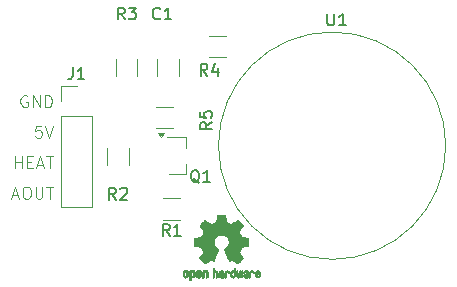
<source format=gbr>
%TF.GenerationSoftware,KiCad,Pcbnew,8.0.3*%
%TF.CreationDate,2025-01-02T17:18:04+01:00*%
%TF.ProjectId,mq7adapter,6d713761-6461-4707-9465-722e6b696361,rev?*%
%TF.SameCoordinates,Original*%
%TF.FileFunction,Legend,Top*%
%TF.FilePolarity,Positive*%
%FSLAX46Y46*%
G04 Gerber Fmt 4.6, Leading zero omitted, Abs format (unit mm)*
G04 Created by KiCad (PCBNEW 8.0.3) date 2025-01-02 17:18:04*
%MOMM*%
%LPD*%
G01*
G04 APERTURE LIST*
%ADD10C,0.100000*%
%ADD11C,0.150000*%
%ADD12C,0.120000*%
%ADD13C,0.010000*%
G04 APERTURE END LIST*
D10*
X96780074Y-69039085D02*
X96780074Y-68039085D01*
X96780074Y-68515275D02*
X97351502Y-68515275D01*
X97351502Y-69039085D02*
X97351502Y-68039085D01*
X97827693Y-68515275D02*
X98161026Y-68515275D01*
X98303883Y-69039085D02*
X97827693Y-69039085D01*
X97827693Y-69039085D02*
X97827693Y-68039085D01*
X97827693Y-68039085D02*
X98303883Y-68039085D01*
X98684836Y-68753370D02*
X99161026Y-68753370D01*
X98589598Y-69039085D02*
X98922931Y-68039085D01*
X98922931Y-68039085D02*
X99256264Y-69039085D01*
X99446741Y-68039085D02*
X100018169Y-68039085D01*
X99732455Y-69039085D02*
X99732455Y-68039085D01*
X96589598Y-71336704D02*
X97065788Y-71336704D01*
X96494360Y-71622419D02*
X96827693Y-70622419D01*
X96827693Y-70622419D02*
X97161026Y-71622419D01*
X97684836Y-70622419D02*
X97875312Y-70622419D01*
X97875312Y-70622419D02*
X97970550Y-70670038D01*
X97970550Y-70670038D02*
X98065788Y-70765276D01*
X98065788Y-70765276D02*
X98113407Y-70955752D01*
X98113407Y-70955752D02*
X98113407Y-71289085D01*
X98113407Y-71289085D02*
X98065788Y-71479561D01*
X98065788Y-71479561D02*
X97970550Y-71574800D01*
X97970550Y-71574800D02*
X97875312Y-71622419D01*
X97875312Y-71622419D02*
X97684836Y-71622419D01*
X97684836Y-71622419D02*
X97589598Y-71574800D01*
X97589598Y-71574800D02*
X97494360Y-71479561D01*
X97494360Y-71479561D02*
X97446741Y-71289085D01*
X97446741Y-71289085D02*
X97446741Y-70955752D01*
X97446741Y-70955752D02*
X97494360Y-70765276D01*
X97494360Y-70765276D02*
X97589598Y-70670038D01*
X97589598Y-70670038D02*
X97684836Y-70622419D01*
X98541979Y-70622419D02*
X98541979Y-71431942D01*
X98541979Y-71431942D02*
X98589598Y-71527180D01*
X98589598Y-71527180D02*
X98637217Y-71574800D01*
X98637217Y-71574800D02*
X98732455Y-71622419D01*
X98732455Y-71622419D02*
X98922931Y-71622419D01*
X98922931Y-71622419D02*
X99018169Y-71574800D01*
X99018169Y-71574800D02*
X99065788Y-71527180D01*
X99065788Y-71527180D02*
X99113407Y-71431942D01*
X99113407Y-71431942D02*
X99113407Y-70622419D01*
X99446741Y-70622419D02*
X100018169Y-70622419D01*
X99732455Y-71622419D02*
X99732455Y-70622419D01*
X99018169Y-65455752D02*
X98541979Y-65455752D01*
X98541979Y-65455752D02*
X98494360Y-65931942D01*
X98494360Y-65931942D02*
X98541979Y-65884323D01*
X98541979Y-65884323D02*
X98637217Y-65836704D01*
X98637217Y-65836704D02*
X98875312Y-65836704D01*
X98875312Y-65836704D02*
X98970550Y-65884323D01*
X98970550Y-65884323D02*
X99018169Y-65931942D01*
X99018169Y-65931942D02*
X99065788Y-66027180D01*
X99065788Y-66027180D02*
X99065788Y-66265275D01*
X99065788Y-66265275D02*
X99018169Y-66360513D01*
X99018169Y-66360513D02*
X98970550Y-66408133D01*
X98970550Y-66408133D02*
X98875312Y-66455752D01*
X98875312Y-66455752D02*
X98637217Y-66455752D01*
X98637217Y-66455752D02*
X98541979Y-66408133D01*
X98541979Y-66408133D02*
X98494360Y-66360513D01*
X99351503Y-65455752D02*
X99684836Y-66455752D01*
X99684836Y-66455752D02*
X100018169Y-65455752D01*
X97827693Y-62920038D02*
X97732455Y-62872419D01*
X97732455Y-62872419D02*
X97589598Y-62872419D01*
X97589598Y-62872419D02*
X97446741Y-62920038D01*
X97446741Y-62920038D02*
X97351503Y-63015276D01*
X97351503Y-63015276D02*
X97303884Y-63110514D01*
X97303884Y-63110514D02*
X97256265Y-63300990D01*
X97256265Y-63300990D02*
X97256265Y-63443847D01*
X97256265Y-63443847D02*
X97303884Y-63634323D01*
X97303884Y-63634323D02*
X97351503Y-63729561D01*
X97351503Y-63729561D02*
X97446741Y-63824800D01*
X97446741Y-63824800D02*
X97589598Y-63872419D01*
X97589598Y-63872419D02*
X97684836Y-63872419D01*
X97684836Y-63872419D02*
X97827693Y-63824800D01*
X97827693Y-63824800D02*
X97875312Y-63777180D01*
X97875312Y-63777180D02*
X97875312Y-63443847D01*
X97875312Y-63443847D02*
X97684836Y-63443847D01*
X98303884Y-63872419D02*
X98303884Y-62872419D01*
X98303884Y-62872419D02*
X98875312Y-63872419D01*
X98875312Y-63872419D02*
X98875312Y-62872419D01*
X99351503Y-63872419D02*
X99351503Y-62872419D01*
X99351503Y-62872419D02*
X99589598Y-62872419D01*
X99589598Y-62872419D02*
X99732455Y-62920038D01*
X99732455Y-62920038D02*
X99827693Y-63015276D01*
X99827693Y-63015276D02*
X99875312Y-63110514D01*
X99875312Y-63110514D02*
X99922931Y-63300990D01*
X99922931Y-63300990D02*
X99922931Y-63443847D01*
X99922931Y-63443847D02*
X99875312Y-63634323D01*
X99875312Y-63634323D02*
X99827693Y-63729561D01*
X99827693Y-63729561D02*
X99732455Y-63824800D01*
X99732455Y-63824800D02*
X99589598Y-63872419D01*
X99589598Y-63872419D02*
X99351503Y-63872419D01*
D11*
X101666666Y-60504819D02*
X101666666Y-61219104D01*
X101666666Y-61219104D02*
X101619047Y-61361961D01*
X101619047Y-61361961D02*
X101523809Y-61457200D01*
X101523809Y-61457200D02*
X101380952Y-61504819D01*
X101380952Y-61504819D02*
X101285714Y-61504819D01*
X102666666Y-61504819D02*
X102095238Y-61504819D01*
X102380952Y-61504819D02*
X102380952Y-60504819D01*
X102380952Y-60504819D02*
X102285714Y-60647676D01*
X102285714Y-60647676D02*
X102190476Y-60742914D01*
X102190476Y-60742914D02*
X102095238Y-60790533D01*
X112404761Y-70300057D02*
X112309523Y-70252438D01*
X112309523Y-70252438D02*
X112214285Y-70157200D01*
X112214285Y-70157200D02*
X112071428Y-70014342D01*
X112071428Y-70014342D02*
X111976190Y-69966723D01*
X111976190Y-69966723D02*
X111880952Y-69966723D01*
X111928571Y-70204819D02*
X111833333Y-70157200D01*
X111833333Y-70157200D02*
X111738095Y-70061961D01*
X111738095Y-70061961D02*
X111690476Y-69871485D01*
X111690476Y-69871485D02*
X111690476Y-69538152D01*
X111690476Y-69538152D02*
X111738095Y-69347676D01*
X111738095Y-69347676D02*
X111833333Y-69252438D01*
X111833333Y-69252438D02*
X111928571Y-69204819D01*
X111928571Y-69204819D02*
X112119047Y-69204819D01*
X112119047Y-69204819D02*
X112214285Y-69252438D01*
X112214285Y-69252438D02*
X112309523Y-69347676D01*
X112309523Y-69347676D02*
X112357142Y-69538152D01*
X112357142Y-69538152D02*
X112357142Y-69871485D01*
X112357142Y-69871485D02*
X112309523Y-70061961D01*
X112309523Y-70061961D02*
X112214285Y-70157200D01*
X112214285Y-70157200D02*
X112119047Y-70204819D01*
X112119047Y-70204819D02*
X111928571Y-70204819D01*
X113309523Y-70204819D02*
X112738095Y-70204819D01*
X113023809Y-70204819D02*
X113023809Y-69204819D01*
X113023809Y-69204819D02*
X112928571Y-69347676D01*
X112928571Y-69347676D02*
X112833333Y-69442914D01*
X112833333Y-69442914D02*
X112738095Y-69490533D01*
X113083333Y-61204819D02*
X112750000Y-60728628D01*
X112511905Y-61204819D02*
X112511905Y-60204819D01*
X112511905Y-60204819D02*
X112892857Y-60204819D01*
X112892857Y-60204819D02*
X112988095Y-60252438D01*
X112988095Y-60252438D02*
X113035714Y-60300057D01*
X113035714Y-60300057D02*
X113083333Y-60395295D01*
X113083333Y-60395295D02*
X113083333Y-60538152D01*
X113083333Y-60538152D02*
X113035714Y-60633390D01*
X113035714Y-60633390D02*
X112988095Y-60681009D01*
X112988095Y-60681009D02*
X112892857Y-60728628D01*
X112892857Y-60728628D02*
X112511905Y-60728628D01*
X113940476Y-60538152D02*
X113940476Y-61204819D01*
X113702381Y-60157200D02*
X113464286Y-60871485D01*
X113464286Y-60871485D02*
X114083333Y-60871485D01*
X109883333Y-74774819D02*
X109550000Y-74298628D01*
X109311905Y-74774819D02*
X109311905Y-73774819D01*
X109311905Y-73774819D02*
X109692857Y-73774819D01*
X109692857Y-73774819D02*
X109788095Y-73822438D01*
X109788095Y-73822438D02*
X109835714Y-73870057D01*
X109835714Y-73870057D02*
X109883333Y-73965295D01*
X109883333Y-73965295D02*
X109883333Y-74108152D01*
X109883333Y-74108152D02*
X109835714Y-74203390D01*
X109835714Y-74203390D02*
X109788095Y-74251009D01*
X109788095Y-74251009D02*
X109692857Y-74298628D01*
X109692857Y-74298628D02*
X109311905Y-74298628D01*
X110835714Y-74774819D02*
X110264286Y-74774819D01*
X110550000Y-74774819D02*
X110550000Y-73774819D01*
X110550000Y-73774819D02*
X110454762Y-73917676D01*
X110454762Y-73917676D02*
X110359524Y-74012914D01*
X110359524Y-74012914D02*
X110264286Y-74060533D01*
X105333333Y-71704819D02*
X105000000Y-71228628D01*
X104761905Y-71704819D02*
X104761905Y-70704819D01*
X104761905Y-70704819D02*
X105142857Y-70704819D01*
X105142857Y-70704819D02*
X105238095Y-70752438D01*
X105238095Y-70752438D02*
X105285714Y-70800057D01*
X105285714Y-70800057D02*
X105333333Y-70895295D01*
X105333333Y-70895295D02*
X105333333Y-71038152D01*
X105333333Y-71038152D02*
X105285714Y-71133390D01*
X105285714Y-71133390D02*
X105238095Y-71181009D01*
X105238095Y-71181009D02*
X105142857Y-71228628D01*
X105142857Y-71228628D02*
X104761905Y-71228628D01*
X105714286Y-70800057D02*
X105761905Y-70752438D01*
X105761905Y-70752438D02*
X105857143Y-70704819D01*
X105857143Y-70704819D02*
X106095238Y-70704819D01*
X106095238Y-70704819D02*
X106190476Y-70752438D01*
X106190476Y-70752438D02*
X106238095Y-70800057D01*
X106238095Y-70800057D02*
X106285714Y-70895295D01*
X106285714Y-70895295D02*
X106285714Y-70990533D01*
X106285714Y-70990533D02*
X106238095Y-71133390D01*
X106238095Y-71133390D02*
X105666667Y-71704819D01*
X105666667Y-71704819D02*
X106285714Y-71704819D01*
X109083333Y-56359580D02*
X109035714Y-56407200D01*
X109035714Y-56407200D02*
X108892857Y-56454819D01*
X108892857Y-56454819D02*
X108797619Y-56454819D01*
X108797619Y-56454819D02*
X108654762Y-56407200D01*
X108654762Y-56407200D02*
X108559524Y-56311961D01*
X108559524Y-56311961D02*
X108511905Y-56216723D01*
X108511905Y-56216723D02*
X108464286Y-56026247D01*
X108464286Y-56026247D02*
X108464286Y-55883390D01*
X108464286Y-55883390D02*
X108511905Y-55692914D01*
X108511905Y-55692914D02*
X108559524Y-55597676D01*
X108559524Y-55597676D02*
X108654762Y-55502438D01*
X108654762Y-55502438D02*
X108797619Y-55454819D01*
X108797619Y-55454819D02*
X108892857Y-55454819D01*
X108892857Y-55454819D02*
X109035714Y-55502438D01*
X109035714Y-55502438D02*
X109083333Y-55550057D01*
X110035714Y-56454819D02*
X109464286Y-56454819D01*
X109750000Y-56454819D02*
X109750000Y-55454819D01*
X109750000Y-55454819D02*
X109654762Y-55597676D01*
X109654762Y-55597676D02*
X109559524Y-55692914D01*
X109559524Y-55692914D02*
X109464286Y-55740533D01*
X106083333Y-56454819D02*
X105750000Y-55978628D01*
X105511905Y-56454819D02*
X105511905Y-55454819D01*
X105511905Y-55454819D02*
X105892857Y-55454819D01*
X105892857Y-55454819D02*
X105988095Y-55502438D01*
X105988095Y-55502438D02*
X106035714Y-55550057D01*
X106035714Y-55550057D02*
X106083333Y-55645295D01*
X106083333Y-55645295D02*
X106083333Y-55788152D01*
X106083333Y-55788152D02*
X106035714Y-55883390D01*
X106035714Y-55883390D02*
X105988095Y-55931009D01*
X105988095Y-55931009D02*
X105892857Y-55978628D01*
X105892857Y-55978628D02*
X105511905Y-55978628D01*
X106416667Y-55454819D02*
X107035714Y-55454819D01*
X107035714Y-55454819D02*
X106702381Y-55835771D01*
X106702381Y-55835771D02*
X106845238Y-55835771D01*
X106845238Y-55835771D02*
X106940476Y-55883390D01*
X106940476Y-55883390D02*
X106988095Y-55931009D01*
X106988095Y-55931009D02*
X107035714Y-56026247D01*
X107035714Y-56026247D02*
X107035714Y-56264342D01*
X107035714Y-56264342D02*
X106988095Y-56359580D01*
X106988095Y-56359580D02*
X106940476Y-56407200D01*
X106940476Y-56407200D02*
X106845238Y-56454819D01*
X106845238Y-56454819D02*
X106559524Y-56454819D01*
X106559524Y-56454819D02*
X106464286Y-56407200D01*
X106464286Y-56407200D02*
X106416667Y-56359580D01*
X113454819Y-65166666D02*
X112978628Y-65499999D01*
X113454819Y-65738094D02*
X112454819Y-65738094D01*
X112454819Y-65738094D02*
X112454819Y-65357142D01*
X112454819Y-65357142D02*
X112502438Y-65261904D01*
X112502438Y-65261904D02*
X112550057Y-65214285D01*
X112550057Y-65214285D02*
X112645295Y-65166666D01*
X112645295Y-65166666D02*
X112788152Y-65166666D01*
X112788152Y-65166666D02*
X112883390Y-65214285D01*
X112883390Y-65214285D02*
X112931009Y-65261904D01*
X112931009Y-65261904D02*
X112978628Y-65357142D01*
X112978628Y-65357142D02*
X112978628Y-65738094D01*
X112454819Y-64261904D02*
X112454819Y-64738094D01*
X112454819Y-64738094D02*
X112931009Y-64785713D01*
X112931009Y-64785713D02*
X112883390Y-64738094D01*
X112883390Y-64738094D02*
X112835771Y-64642856D01*
X112835771Y-64642856D02*
X112835771Y-64404761D01*
X112835771Y-64404761D02*
X112883390Y-64309523D01*
X112883390Y-64309523D02*
X112931009Y-64261904D01*
X112931009Y-64261904D02*
X113026247Y-64214285D01*
X113026247Y-64214285D02*
X113264342Y-64214285D01*
X113264342Y-64214285D02*
X113359580Y-64261904D01*
X113359580Y-64261904D02*
X113407200Y-64309523D01*
X113407200Y-64309523D02*
X113454819Y-64404761D01*
X113454819Y-64404761D02*
X113454819Y-64642856D01*
X113454819Y-64642856D02*
X113407200Y-64738094D01*
X113407200Y-64738094D02*
X113359580Y-64785713D01*
X123238095Y-55954819D02*
X123238095Y-56764342D01*
X123238095Y-56764342D02*
X123285714Y-56859580D01*
X123285714Y-56859580D02*
X123333333Y-56907200D01*
X123333333Y-56907200D02*
X123428571Y-56954819D01*
X123428571Y-56954819D02*
X123619047Y-56954819D01*
X123619047Y-56954819D02*
X123714285Y-56907200D01*
X123714285Y-56907200D02*
X123761904Y-56859580D01*
X123761904Y-56859580D02*
X123809523Y-56764342D01*
X123809523Y-56764342D02*
X123809523Y-55954819D01*
X124809523Y-56954819D02*
X124238095Y-56954819D01*
X124523809Y-56954819D02*
X124523809Y-55954819D01*
X124523809Y-55954819D02*
X124428571Y-56097676D01*
X124428571Y-56097676D02*
X124333333Y-56192914D01*
X124333333Y-56192914D02*
X124238095Y-56240533D01*
D12*
%TO.C,J1*%
X100670000Y-62050000D02*
X102000000Y-62050000D01*
X100670000Y-63380000D02*
X100670000Y-62050000D01*
X100670000Y-64650000D02*
X100670000Y-72330000D01*
X100670000Y-64650000D02*
X103330000Y-64650000D01*
X100670000Y-72330000D02*
X103330000Y-72330000D01*
X103330000Y-64650000D02*
X103330000Y-72330000D01*
%TO.C,Q1*%
X110460000Y-66420000D02*
X109660000Y-66420000D01*
X110460000Y-66420000D02*
X111260000Y-66420000D01*
X111260000Y-66420000D02*
X111260000Y-67350000D01*
X111260000Y-69580000D02*
X109800000Y-69580000D01*
X111260000Y-69580000D02*
X111260000Y-68650000D01*
X109160000Y-66390000D02*
X108920000Y-66060000D01*
X109400000Y-66060000D01*
X109160000Y-66390000D01*
G36*
X109160000Y-66390000D02*
G01*
X108920000Y-66060000D01*
X109400000Y-66060000D01*
X109160000Y-66390000D01*
G37*
%TO.C,R4*%
X114677064Y-57840000D02*
X113222936Y-57840000D01*
X114677064Y-59660000D02*
X113222936Y-59660000D01*
%TO.C,R1*%
X110777064Y-71590000D02*
X109322936Y-71590000D01*
X110777064Y-73410000D02*
X109322936Y-73410000D01*
%TO.C,R2*%
X104590000Y-67322936D02*
X104590000Y-68777064D01*
X106410000Y-67322936D02*
X106410000Y-68777064D01*
%TO.C,C1*%
X108840000Y-59788748D02*
X108840000Y-61211252D01*
X110660000Y-59788748D02*
X110660000Y-61211252D01*
D13*
%TO.C,REF\u002A\u002A*%
X116902600Y-77708752D02*
X116919948Y-77716334D01*
X116961356Y-77749128D01*
X116996765Y-77796547D01*
X117018664Y-77847151D01*
X117022229Y-77872098D01*
X117010279Y-77906927D01*
X116984067Y-77925357D01*
X116955964Y-77936516D01*
X116943095Y-77938572D01*
X116936829Y-77923649D01*
X116924456Y-77891175D01*
X116919028Y-77876502D01*
X116888590Y-77825744D01*
X116844520Y-77800427D01*
X116788010Y-77801206D01*
X116783825Y-77802203D01*
X116753655Y-77816507D01*
X116731476Y-77844393D01*
X116716327Y-77889287D01*
X116707250Y-77954615D01*
X116703286Y-78043804D01*
X116702914Y-78091261D01*
X116702730Y-78166071D01*
X116701522Y-78217069D01*
X116698309Y-78249471D01*
X116692109Y-78268495D01*
X116681940Y-78279356D01*
X116666819Y-78287272D01*
X116665946Y-78287670D01*
X116636828Y-78299981D01*
X116622403Y-78304514D01*
X116620186Y-78290809D01*
X116618289Y-78252925D01*
X116616847Y-78195715D01*
X116615998Y-78124027D01*
X116615829Y-78071565D01*
X116616692Y-77970047D01*
X116620070Y-77893032D01*
X116627142Y-77836023D01*
X116639088Y-77794526D01*
X116657090Y-77764043D01*
X116682327Y-77740080D01*
X116707247Y-77723355D01*
X116767171Y-77701097D01*
X116836911Y-77696076D01*
X116902600Y-77708752D01*
G36*
X116902600Y-77708752D02*
G01*
X116919948Y-77716334D01*
X116961356Y-77749128D01*
X116996765Y-77796547D01*
X117018664Y-77847151D01*
X117022229Y-77872098D01*
X117010279Y-77906927D01*
X116984067Y-77925357D01*
X116955964Y-77936516D01*
X116943095Y-77938572D01*
X116936829Y-77923649D01*
X116924456Y-77891175D01*
X116919028Y-77876502D01*
X116888590Y-77825744D01*
X116844520Y-77800427D01*
X116788010Y-77801206D01*
X116783825Y-77802203D01*
X116753655Y-77816507D01*
X116731476Y-77844393D01*
X116716327Y-77889287D01*
X116707250Y-77954615D01*
X116703286Y-78043804D01*
X116702914Y-78091261D01*
X116702730Y-78166071D01*
X116701522Y-78217069D01*
X116698309Y-78249471D01*
X116692109Y-78268495D01*
X116681940Y-78279356D01*
X116666819Y-78287272D01*
X116665946Y-78287670D01*
X116636828Y-78299981D01*
X116622403Y-78304514D01*
X116620186Y-78290809D01*
X116618289Y-78252925D01*
X116616847Y-78195715D01*
X116615998Y-78124027D01*
X116615829Y-78071565D01*
X116616692Y-77970047D01*
X116620070Y-77893032D01*
X116627142Y-77836023D01*
X116639088Y-77794526D01*
X116657090Y-77764043D01*
X116682327Y-77740080D01*
X116707247Y-77723355D01*
X116767171Y-77701097D01*
X116836911Y-77696076D01*
X116902600Y-77708752D01*
G37*
X112966093Y-77677780D02*
X113012672Y-77704723D01*
X113045057Y-77731466D01*
X113068742Y-77759484D01*
X113085059Y-77793748D01*
X113095339Y-77839227D01*
X113100914Y-77900892D01*
X113103116Y-77983711D01*
X113103371Y-78043246D01*
X113103371Y-78262391D01*
X113041686Y-78290044D01*
X112980000Y-78317697D01*
X112972743Y-78077670D01*
X112969744Y-77988028D01*
X112966598Y-77922962D01*
X112962701Y-77878026D01*
X112957447Y-77848770D01*
X112950231Y-77830748D01*
X112940450Y-77819511D01*
X112937312Y-77817079D01*
X112889761Y-77798083D01*
X112841697Y-77805600D01*
X112813086Y-77825543D01*
X112801447Y-77839675D01*
X112793391Y-77858220D01*
X112788271Y-77886334D01*
X112785441Y-77929173D01*
X112784256Y-77991895D01*
X112784057Y-78057261D01*
X112784018Y-78139268D01*
X112782614Y-78197316D01*
X112777914Y-78236465D01*
X112767987Y-78261780D01*
X112750903Y-78278323D01*
X112724732Y-78291156D01*
X112689775Y-78304491D01*
X112651596Y-78319007D01*
X112656141Y-78061389D01*
X112657971Y-77968519D01*
X112660112Y-77899889D01*
X112663181Y-77850711D01*
X112667794Y-77816198D01*
X112674568Y-77791562D01*
X112684119Y-77772016D01*
X112695634Y-77754770D01*
X112751190Y-77699680D01*
X112818980Y-77667822D01*
X112892713Y-77660191D01*
X112966093Y-77677780D01*
G36*
X112966093Y-77677780D02*
G01*
X113012672Y-77704723D01*
X113045057Y-77731466D01*
X113068742Y-77759484D01*
X113085059Y-77793748D01*
X113095339Y-77839227D01*
X113100914Y-77900892D01*
X113103116Y-77983711D01*
X113103371Y-78043246D01*
X113103371Y-78262391D01*
X113041686Y-78290044D01*
X112980000Y-78317697D01*
X112972743Y-78077670D01*
X112969744Y-77988028D01*
X112966598Y-77922962D01*
X112962701Y-77878026D01*
X112957447Y-77848770D01*
X112950231Y-77830748D01*
X112940450Y-77819511D01*
X112937312Y-77817079D01*
X112889761Y-77798083D01*
X112841697Y-77805600D01*
X112813086Y-77825543D01*
X112801447Y-77839675D01*
X112793391Y-77858220D01*
X112788271Y-77886334D01*
X112785441Y-77929173D01*
X112784256Y-77991895D01*
X112784057Y-78057261D01*
X112784018Y-78139268D01*
X112782614Y-78197316D01*
X112777914Y-78236465D01*
X112767987Y-78261780D01*
X112750903Y-78278323D01*
X112724732Y-78291156D01*
X112689775Y-78304491D01*
X112651596Y-78319007D01*
X112656141Y-78061389D01*
X112657971Y-77968519D01*
X112660112Y-77899889D01*
X112663181Y-77850711D01*
X112667794Y-77816198D01*
X112674568Y-77791562D01*
X112684119Y-77772016D01*
X112695634Y-77754770D01*
X112751190Y-77699680D01*
X112818980Y-77667822D01*
X112892713Y-77660191D01*
X112966093Y-77677780D01*
G37*
X114779926Y-77699755D02*
X114845858Y-77724084D01*
X114899273Y-77767117D01*
X114920164Y-77797409D01*
X114942939Y-77852994D01*
X114942466Y-77893186D01*
X114918562Y-77920217D01*
X114909717Y-77924813D01*
X114871530Y-77939144D01*
X114852028Y-77935472D01*
X114845422Y-77911407D01*
X114845086Y-77898114D01*
X114832992Y-77849210D01*
X114801471Y-77814999D01*
X114757659Y-77798476D01*
X114708695Y-77802634D01*
X114668894Y-77824227D01*
X114655450Y-77836544D01*
X114645921Y-77851487D01*
X114639485Y-77874075D01*
X114635317Y-77909328D01*
X114632597Y-77962266D01*
X114630502Y-78037907D01*
X114629960Y-78061857D01*
X114627981Y-78143790D01*
X114625731Y-78201455D01*
X114622357Y-78239608D01*
X114617006Y-78263004D01*
X114608824Y-78276398D01*
X114596959Y-78284545D01*
X114589362Y-78288144D01*
X114557102Y-78300452D01*
X114538111Y-78304514D01*
X114531836Y-78290948D01*
X114528006Y-78249934D01*
X114526600Y-78180999D01*
X114527598Y-78083669D01*
X114527908Y-78068657D01*
X114530101Y-77979859D01*
X114532693Y-77915019D01*
X114536382Y-77869067D01*
X114541864Y-77836935D01*
X114549835Y-77813553D01*
X114560993Y-77793852D01*
X114566830Y-77785410D01*
X114600296Y-77748057D01*
X114637727Y-77719003D01*
X114642309Y-77716467D01*
X114709426Y-77696443D01*
X114779926Y-77699755D01*
G36*
X114779926Y-77699755D02*
G01*
X114845858Y-77724084D01*
X114899273Y-77767117D01*
X114920164Y-77797409D01*
X114942939Y-77852994D01*
X114942466Y-77893186D01*
X114918562Y-77920217D01*
X114909717Y-77924813D01*
X114871530Y-77939144D01*
X114852028Y-77935472D01*
X114845422Y-77911407D01*
X114845086Y-77898114D01*
X114832992Y-77849210D01*
X114801471Y-77814999D01*
X114757659Y-77798476D01*
X114708695Y-77802634D01*
X114668894Y-77824227D01*
X114655450Y-77836544D01*
X114645921Y-77851487D01*
X114639485Y-77874075D01*
X114635317Y-77909328D01*
X114632597Y-77962266D01*
X114630502Y-78037907D01*
X114629960Y-78061857D01*
X114627981Y-78143790D01*
X114625731Y-78201455D01*
X114622357Y-78239608D01*
X114617006Y-78263004D01*
X114608824Y-78276398D01*
X114596959Y-78284545D01*
X114589362Y-78288144D01*
X114557102Y-78300452D01*
X114538111Y-78304514D01*
X114531836Y-78290948D01*
X114528006Y-78249934D01*
X114526600Y-78180999D01*
X114527598Y-78083669D01*
X114527908Y-78068657D01*
X114530101Y-77979859D01*
X114532693Y-77915019D01*
X114536382Y-77869067D01*
X114541864Y-77836935D01*
X114549835Y-77813553D01*
X114560993Y-77793852D01*
X114566830Y-77785410D01*
X114600296Y-77748057D01*
X114637727Y-77719003D01*
X114642309Y-77716467D01*
X114709426Y-77696443D01*
X114779926Y-77699755D01*
G37*
X113625886Y-77601289D02*
X113630139Y-77660613D01*
X113635025Y-77695572D01*
X113641795Y-77710820D01*
X113651702Y-77711015D01*
X113654914Y-77709195D01*
X113697644Y-77696015D01*
X113753227Y-77696785D01*
X113809737Y-77710333D01*
X113845082Y-77727861D01*
X113881321Y-77755861D01*
X113907813Y-77787549D01*
X113925999Y-77827813D01*
X113937322Y-77881543D01*
X113943222Y-77953626D01*
X113945143Y-78048951D01*
X113945177Y-78067237D01*
X113945200Y-78272646D01*
X113899491Y-78288580D01*
X113867027Y-78299420D01*
X113849215Y-78304468D01*
X113848691Y-78304514D01*
X113846937Y-78290828D01*
X113845444Y-78253076D01*
X113844326Y-78196224D01*
X113843697Y-78125234D01*
X113843600Y-78082073D01*
X113843398Y-77996973D01*
X113842358Y-77935981D01*
X113839831Y-77894177D01*
X113835164Y-77866642D01*
X113827707Y-77848456D01*
X113816811Y-77834698D01*
X113810007Y-77828073D01*
X113763272Y-77801375D01*
X113712272Y-77799375D01*
X113666001Y-77821955D01*
X113657444Y-77830107D01*
X113644893Y-77845436D01*
X113636188Y-77863618D01*
X113630631Y-77889909D01*
X113627526Y-77929562D01*
X113626176Y-77987832D01*
X113625886Y-78068173D01*
X113625886Y-78272646D01*
X113580177Y-78288580D01*
X113547713Y-78299420D01*
X113529901Y-78304468D01*
X113529377Y-78304514D01*
X113528037Y-78290623D01*
X113526828Y-78251439D01*
X113525801Y-78190700D01*
X113525002Y-78112141D01*
X113524481Y-78019498D01*
X113524286Y-77916509D01*
X113524286Y-77519342D01*
X113571457Y-77499444D01*
X113618629Y-77479547D01*
X113625886Y-77601289D01*
G36*
X113625886Y-77601289D02*
G01*
X113630139Y-77660613D01*
X113635025Y-77695572D01*
X113641795Y-77710820D01*
X113651702Y-77711015D01*
X113654914Y-77709195D01*
X113697644Y-77696015D01*
X113753227Y-77696785D01*
X113809737Y-77710333D01*
X113845082Y-77727861D01*
X113881321Y-77755861D01*
X113907813Y-77787549D01*
X113925999Y-77827813D01*
X113937322Y-77881543D01*
X113943222Y-77953626D01*
X113945143Y-78048951D01*
X113945177Y-78067237D01*
X113945200Y-78272646D01*
X113899491Y-78288580D01*
X113867027Y-78299420D01*
X113849215Y-78304468D01*
X113848691Y-78304514D01*
X113846937Y-78290828D01*
X113845444Y-78253076D01*
X113844326Y-78196224D01*
X113843697Y-78125234D01*
X113843600Y-78082073D01*
X113843398Y-77996973D01*
X113842358Y-77935981D01*
X113839831Y-77894177D01*
X113835164Y-77866642D01*
X113827707Y-77848456D01*
X113816811Y-77834698D01*
X113810007Y-77828073D01*
X113763272Y-77801375D01*
X113712272Y-77799375D01*
X113666001Y-77821955D01*
X113657444Y-77830107D01*
X113644893Y-77845436D01*
X113636188Y-77863618D01*
X113630631Y-77889909D01*
X113627526Y-77929562D01*
X113626176Y-77987832D01*
X113625886Y-78068173D01*
X113625886Y-78272646D01*
X113580177Y-78288580D01*
X113547713Y-78299420D01*
X113529901Y-78304468D01*
X113529377Y-78304514D01*
X113528037Y-78290623D01*
X113526828Y-78251439D01*
X113525801Y-78190700D01*
X113525002Y-78112141D01*
X113524481Y-78019498D01*
X113524286Y-77916509D01*
X113524286Y-77519342D01*
X113571457Y-77499444D01*
X113618629Y-77479547D01*
X113625886Y-77601289D01*
G37*
X116029833Y-77708663D02*
X116032048Y-77746850D01*
X116033784Y-77804886D01*
X116034899Y-77878180D01*
X116035257Y-77955055D01*
X116035257Y-78215196D01*
X115989326Y-78261127D01*
X115957675Y-78289429D01*
X115929890Y-78300893D01*
X115891915Y-78300168D01*
X115876840Y-78298321D01*
X115829726Y-78292948D01*
X115790756Y-78289869D01*
X115781257Y-78289585D01*
X115749233Y-78291445D01*
X115703432Y-78296114D01*
X115685674Y-78298321D01*
X115642057Y-78301735D01*
X115612745Y-78294320D01*
X115583680Y-78271427D01*
X115573188Y-78261127D01*
X115527257Y-78215196D01*
X115527257Y-77728602D01*
X115564226Y-77711758D01*
X115596059Y-77699282D01*
X115614683Y-77694914D01*
X115619458Y-77708718D01*
X115623921Y-77747286D01*
X115627775Y-77806356D01*
X115630722Y-77881663D01*
X115632143Y-77945286D01*
X115636114Y-78195657D01*
X115670759Y-78200556D01*
X115702268Y-78197131D01*
X115717708Y-78186041D01*
X115722023Y-78165308D01*
X115725708Y-78121145D01*
X115728469Y-78059146D01*
X115730012Y-77984909D01*
X115730235Y-77946706D01*
X115730457Y-77726783D01*
X115776166Y-77710849D01*
X115808518Y-77700015D01*
X115826115Y-77694962D01*
X115826623Y-77694914D01*
X115828388Y-77708648D01*
X115830329Y-77746730D01*
X115832282Y-77804482D01*
X115834084Y-77877227D01*
X115835343Y-77945286D01*
X115839314Y-78195657D01*
X115926400Y-78195657D01*
X115930396Y-77967240D01*
X115934392Y-77738822D01*
X115976847Y-77716868D01*
X116008192Y-77701793D01*
X116026744Y-77694951D01*
X116027279Y-77694914D01*
X116029833Y-77708663D01*
G36*
X116029833Y-77708663D02*
G01*
X116032048Y-77746850D01*
X116033784Y-77804886D01*
X116034899Y-77878180D01*
X116035257Y-77955055D01*
X116035257Y-78215196D01*
X115989326Y-78261127D01*
X115957675Y-78289429D01*
X115929890Y-78300893D01*
X115891915Y-78300168D01*
X115876840Y-78298321D01*
X115829726Y-78292948D01*
X115790756Y-78289869D01*
X115781257Y-78289585D01*
X115749233Y-78291445D01*
X115703432Y-78296114D01*
X115685674Y-78298321D01*
X115642057Y-78301735D01*
X115612745Y-78294320D01*
X115583680Y-78271427D01*
X115573188Y-78261127D01*
X115527257Y-78215196D01*
X115527257Y-77728602D01*
X115564226Y-77711758D01*
X115596059Y-77699282D01*
X115614683Y-77694914D01*
X115619458Y-77708718D01*
X115623921Y-77747286D01*
X115627775Y-77806356D01*
X115630722Y-77881663D01*
X115632143Y-77945286D01*
X115636114Y-78195657D01*
X115670759Y-78200556D01*
X115702268Y-78197131D01*
X115717708Y-78186041D01*
X115722023Y-78165308D01*
X115725708Y-78121145D01*
X115728469Y-78059146D01*
X115730012Y-77984909D01*
X115730235Y-77946706D01*
X115730457Y-77726783D01*
X115776166Y-77710849D01*
X115808518Y-77700015D01*
X115826115Y-77694962D01*
X115826623Y-77694914D01*
X115828388Y-77708648D01*
X115830329Y-77746730D01*
X115832282Y-77804482D01*
X115834084Y-77877227D01*
X115835343Y-77945286D01*
X115839314Y-78195657D01*
X115926400Y-78195657D01*
X115930396Y-77967240D01*
X115934392Y-77738822D01*
X115976847Y-77716868D01*
X116008192Y-77701793D01*
X116026744Y-77694951D01*
X116027279Y-77694914D01*
X116029833Y-77708663D01*
G37*
X111291115Y-77671962D02*
X111359145Y-77707733D01*
X111409351Y-77765301D01*
X111427185Y-77802312D01*
X111441063Y-77857882D01*
X111448167Y-77928096D01*
X111448840Y-78004727D01*
X111443427Y-78079552D01*
X111432270Y-78144342D01*
X111415714Y-78190873D01*
X111410626Y-78198887D01*
X111350355Y-78258707D01*
X111278769Y-78294535D01*
X111201092Y-78305020D01*
X111122548Y-78288810D01*
X111100689Y-78279092D01*
X111058122Y-78249143D01*
X111020763Y-78209433D01*
X111017232Y-78204397D01*
X111002881Y-78180124D01*
X110993394Y-78154178D01*
X110987790Y-78120022D01*
X110985086Y-78071119D01*
X110984299Y-78000935D01*
X110984286Y-77985200D01*
X110984322Y-77980192D01*
X111129429Y-77980192D01*
X111130273Y-78046430D01*
X111133596Y-78090386D01*
X111140583Y-78118779D01*
X111152416Y-78138325D01*
X111158457Y-78144857D01*
X111193186Y-78169680D01*
X111226903Y-78168548D01*
X111260995Y-78147016D01*
X111281329Y-78124029D01*
X111293371Y-78090478D01*
X111300134Y-78037569D01*
X111300598Y-78031399D01*
X111301752Y-77935513D01*
X111289688Y-77864299D01*
X111264570Y-77818194D01*
X111226560Y-77797635D01*
X111212992Y-77796514D01*
X111177364Y-77802152D01*
X111152994Y-77821686D01*
X111138093Y-77859042D01*
X111130875Y-77918150D01*
X111129429Y-77980192D01*
X110984322Y-77980192D01*
X110984826Y-77910413D01*
X110987096Y-77858159D01*
X110992068Y-77821949D01*
X111000713Y-77795299D01*
X111014005Y-77771722D01*
X111016943Y-77767338D01*
X111066313Y-77708249D01*
X111120109Y-77673947D01*
X111185602Y-77660331D01*
X111207842Y-77659665D01*
X111291115Y-77671962D01*
G36*
X111291115Y-77671962D02*
G01*
X111359145Y-77707733D01*
X111409351Y-77765301D01*
X111427185Y-77802312D01*
X111441063Y-77857882D01*
X111448167Y-77928096D01*
X111448840Y-78004727D01*
X111443427Y-78079552D01*
X111432270Y-78144342D01*
X111415714Y-78190873D01*
X111410626Y-78198887D01*
X111350355Y-78258707D01*
X111278769Y-78294535D01*
X111201092Y-78305020D01*
X111122548Y-78288810D01*
X111100689Y-78279092D01*
X111058122Y-78249143D01*
X111020763Y-78209433D01*
X111017232Y-78204397D01*
X111002881Y-78180124D01*
X110993394Y-78154178D01*
X110987790Y-78120022D01*
X110985086Y-78071119D01*
X110984299Y-78000935D01*
X110984286Y-77985200D01*
X110984322Y-77980192D01*
X111129429Y-77980192D01*
X111130273Y-78046430D01*
X111133596Y-78090386D01*
X111140583Y-78118779D01*
X111152416Y-78138325D01*
X111158457Y-78144857D01*
X111193186Y-78169680D01*
X111226903Y-78168548D01*
X111260995Y-78147016D01*
X111281329Y-78124029D01*
X111293371Y-78090478D01*
X111300134Y-78037569D01*
X111300598Y-78031399D01*
X111301752Y-77935513D01*
X111289688Y-77864299D01*
X111264570Y-77818194D01*
X111226560Y-77797635D01*
X111212992Y-77796514D01*
X111177364Y-77802152D01*
X111152994Y-77821686D01*
X111138093Y-77859042D01*
X111130875Y-77918150D01*
X111129429Y-77980192D01*
X110984322Y-77980192D01*
X110984826Y-77910413D01*
X110987096Y-77858159D01*
X110992068Y-77821949D01*
X111000713Y-77795299D01*
X111014005Y-77771722D01*
X111016943Y-77767338D01*
X111066313Y-77708249D01*
X111120109Y-77673947D01*
X111185602Y-77660331D01*
X111207842Y-77659665D01*
X111291115Y-77671962D01*
G37*
X117403595Y-77716966D02*
X117461021Y-77754497D01*
X117488719Y-77788096D01*
X117510662Y-77849064D01*
X117512405Y-77897308D01*
X117508457Y-77961816D01*
X117359686Y-78026934D01*
X117287349Y-78060202D01*
X117240084Y-78086964D01*
X117215507Y-78110144D01*
X117211237Y-78132667D01*
X117224889Y-78157455D01*
X117239943Y-78173886D01*
X117283746Y-78200235D01*
X117331389Y-78202081D01*
X117375145Y-78181546D01*
X117407289Y-78140752D01*
X117413038Y-78126347D01*
X117440576Y-78081356D01*
X117472258Y-78062182D01*
X117515714Y-78045779D01*
X117515714Y-78107966D01*
X117511872Y-78150283D01*
X117496823Y-78185969D01*
X117465280Y-78226943D01*
X117460592Y-78232267D01*
X117425506Y-78268720D01*
X117395347Y-78288283D01*
X117357615Y-78297283D01*
X117326335Y-78300230D01*
X117270385Y-78300965D01*
X117230555Y-78291660D01*
X117205708Y-78277846D01*
X117166656Y-78247467D01*
X117139625Y-78214613D01*
X117122517Y-78173294D01*
X117113238Y-78117521D01*
X117109693Y-78041305D01*
X117109410Y-78002622D01*
X117110372Y-77956247D01*
X117198007Y-77956247D01*
X117199023Y-77981126D01*
X117201556Y-77985200D01*
X117218274Y-77979665D01*
X117254249Y-77965017D01*
X117302331Y-77944190D01*
X117312386Y-77939714D01*
X117373152Y-77908814D01*
X117406632Y-77881657D01*
X117413990Y-77856220D01*
X117396391Y-77830481D01*
X117381856Y-77819109D01*
X117329410Y-77796364D01*
X117280322Y-77800122D01*
X117239227Y-77827884D01*
X117210758Y-77877152D01*
X117201631Y-77916257D01*
X117198007Y-77956247D01*
X117110372Y-77956247D01*
X117111285Y-77912249D01*
X117118196Y-77845384D01*
X117131884Y-77796695D01*
X117154096Y-77760849D01*
X117186574Y-77732513D01*
X117200733Y-77723355D01*
X117265053Y-77699507D01*
X117335473Y-77698006D01*
X117403595Y-77716966D01*
G36*
X117403595Y-77716966D02*
G01*
X117461021Y-77754497D01*
X117488719Y-77788096D01*
X117510662Y-77849064D01*
X117512405Y-77897308D01*
X117508457Y-77961816D01*
X117359686Y-78026934D01*
X117287349Y-78060202D01*
X117240084Y-78086964D01*
X117215507Y-78110144D01*
X117211237Y-78132667D01*
X117224889Y-78157455D01*
X117239943Y-78173886D01*
X117283746Y-78200235D01*
X117331389Y-78202081D01*
X117375145Y-78181546D01*
X117407289Y-78140752D01*
X117413038Y-78126347D01*
X117440576Y-78081356D01*
X117472258Y-78062182D01*
X117515714Y-78045779D01*
X117515714Y-78107966D01*
X117511872Y-78150283D01*
X117496823Y-78185969D01*
X117465280Y-78226943D01*
X117460592Y-78232267D01*
X117425506Y-78268720D01*
X117395347Y-78288283D01*
X117357615Y-78297283D01*
X117326335Y-78300230D01*
X117270385Y-78300965D01*
X117230555Y-78291660D01*
X117205708Y-78277846D01*
X117166656Y-78247467D01*
X117139625Y-78214613D01*
X117122517Y-78173294D01*
X117113238Y-78117521D01*
X117109693Y-78041305D01*
X117109410Y-78002622D01*
X117110372Y-77956247D01*
X117198007Y-77956247D01*
X117199023Y-77981126D01*
X117201556Y-77985200D01*
X117218274Y-77979665D01*
X117254249Y-77965017D01*
X117302331Y-77944190D01*
X117312386Y-77939714D01*
X117373152Y-77908814D01*
X117406632Y-77881657D01*
X117413990Y-77856220D01*
X117396391Y-77830481D01*
X117381856Y-77819109D01*
X117329410Y-77796364D01*
X117280322Y-77800122D01*
X117239227Y-77827884D01*
X117210758Y-77877152D01*
X117201631Y-77916257D01*
X117198007Y-77956247D01*
X117110372Y-77956247D01*
X117111285Y-77912249D01*
X117118196Y-77845384D01*
X117131884Y-77796695D01*
X117154096Y-77760849D01*
X117186574Y-77732513D01*
X117200733Y-77723355D01*
X117265053Y-77699507D01*
X117335473Y-77698006D01*
X117403595Y-77716966D01*
G37*
X115440117Y-77815358D02*
X115439933Y-77923837D01*
X115439219Y-78007287D01*
X115437675Y-78069704D01*
X115435001Y-78115085D01*
X115430894Y-78147429D01*
X115425055Y-78170733D01*
X115417182Y-78188995D01*
X115411221Y-78199418D01*
X115361855Y-78255945D01*
X115299264Y-78291377D01*
X115230013Y-78304090D01*
X115160668Y-78292463D01*
X115119375Y-78271568D01*
X115076025Y-78235422D01*
X115046481Y-78191276D01*
X115028655Y-78133462D01*
X115020463Y-78056313D01*
X115019302Y-77999714D01*
X115019458Y-77995647D01*
X115120857Y-77995647D01*
X115121476Y-78060550D01*
X115124314Y-78103514D01*
X115130840Y-78131622D01*
X115142523Y-78151953D01*
X115156483Y-78167288D01*
X115203365Y-78196890D01*
X115253701Y-78199419D01*
X115301276Y-78174705D01*
X115304979Y-78171356D01*
X115320783Y-78153935D01*
X115330693Y-78133209D01*
X115336058Y-78102362D01*
X115338228Y-78054577D01*
X115338571Y-78001748D01*
X115337827Y-77935381D01*
X115334748Y-77891106D01*
X115328061Y-77862009D01*
X115316496Y-77841173D01*
X115307013Y-77830107D01*
X115262960Y-77802198D01*
X115212224Y-77798843D01*
X115163796Y-77820159D01*
X115154450Y-77828073D01*
X115138540Y-77845647D01*
X115128610Y-77866587D01*
X115123278Y-77897782D01*
X115121163Y-77946122D01*
X115120857Y-77995647D01*
X115019458Y-77995647D01*
X115022810Y-77908568D01*
X115034726Y-77840086D01*
X115057135Y-77788600D01*
X115092124Y-77748443D01*
X115119375Y-77727861D01*
X115168907Y-77705625D01*
X115226316Y-77695304D01*
X115279682Y-77698067D01*
X115309543Y-77709212D01*
X115321261Y-77712383D01*
X115329037Y-77700557D01*
X115334465Y-77668866D01*
X115338571Y-77620593D01*
X115343067Y-77566829D01*
X115349313Y-77534482D01*
X115360676Y-77515985D01*
X115380528Y-77503770D01*
X115393000Y-77498362D01*
X115440171Y-77478601D01*
X115440117Y-77815358D01*
G36*
X115440117Y-77815358D02*
G01*
X115439933Y-77923837D01*
X115439219Y-78007287D01*
X115437675Y-78069704D01*
X115435001Y-78115085D01*
X115430894Y-78147429D01*
X115425055Y-78170733D01*
X115417182Y-78188995D01*
X115411221Y-78199418D01*
X115361855Y-78255945D01*
X115299264Y-78291377D01*
X115230013Y-78304090D01*
X115160668Y-78292463D01*
X115119375Y-78271568D01*
X115076025Y-78235422D01*
X115046481Y-78191276D01*
X115028655Y-78133462D01*
X115020463Y-78056313D01*
X115019302Y-77999714D01*
X115019458Y-77995647D01*
X115120857Y-77995647D01*
X115121476Y-78060550D01*
X115124314Y-78103514D01*
X115130840Y-78131622D01*
X115142523Y-78151953D01*
X115156483Y-78167288D01*
X115203365Y-78196890D01*
X115253701Y-78199419D01*
X115301276Y-78174705D01*
X115304979Y-78171356D01*
X115320783Y-78153935D01*
X115330693Y-78133209D01*
X115336058Y-78102362D01*
X115338228Y-78054577D01*
X115338571Y-78001748D01*
X115337827Y-77935381D01*
X115334748Y-77891106D01*
X115328061Y-77862009D01*
X115316496Y-77841173D01*
X115307013Y-77830107D01*
X115262960Y-77802198D01*
X115212224Y-77798843D01*
X115163796Y-77820159D01*
X115154450Y-77828073D01*
X115138540Y-77845647D01*
X115128610Y-77866587D01*
X115123278Y-77897782D01*
X115121163Y-77946122D01*
X115120857Y-77995647D01*
X115019458Y-77995647D01*
X115022810Y-77908568D01*
X115034726Y-77840086D01*
X115057135Y-77788600D01*
X115092124Y-77748443D01*
X115119375Y-77727861D01*
X115168907Y-77705625D01*
X115226316Y-77695304D01*
X115279682Y-77698067D01*
X115309543Y-77709212D01*
X115321261Y-77712383D01*
X115329037Y-77700557D01*
X115334465Y-77668866D01*
X115338571Y-77620593D01*
X115343067Y-77566829D01*
X115349313Y-77534482D01*
X115360676Y-77515985D01*
X115380528Y-77503770D01*
X115393000Y-77498362D01*
X115440171Y-77478601D01*
X115440117Y-77815358D01*
G37*
X112418303Y-77681239D02*
X112475527Y-77719735D01*
X112519749Y-77775335D01*
X112546167Y-77846086D01*
X112551510Y-77898162D01*
X112550903Y-77919893D01*
X112545822Y-77936531D01*
X112531855Y-77951437D01*
X112504589Y-77967973D01*
X112459612Y-77989498D01*
X112392511Y-78019374D01*
X112392171Y-78019524D01*
X112330407Y-78047813D01*
X112279759Y-78072933D01*
X112245404Y-78092179D01*
X112232518Y-78102848D01*
X112232514Y-78102934D01*
X112243872Y-78126166D01*
X112270431Y-78151774D01*
X112300923Y-78170221D01*
X112316370Y-78173886D01*
X112358515Y-78161212D01*
X112394808Y-78129471D01*
X112412517Y-78094572D01*
X112429552Y-78068845D01*
X112462922Y-78039546D01*
X112502149Y-78014235D01*
X112536756Y-78000471D01*
X112543993Y-77999714D01*
X112552139Y-78012160D01*
X112552630Y-78043972D01*
X112546643Y-78086866D01*
X112535357Y-78132558D01*
X112519950Y-78172761D01*
X112519171Y-78174322D01*
X112472804Y-78239062D01*
X112412711Y-78283097D01*
X112344465Y-78304711D01*
X112273638Y-78302185D01*
X112205804Y-78273804D01*
X112202788Y-78271808D01*
X112149427Y-78223448D01*
X112114340Y-78160352D01*
X112094922Y-78077387D01*
X112092316Y-78054078D01*
X112087701Y-77944055D01*
X112093233Y-77892748D01*
X112232514Y-77892748D01*
X112234324Y-77924753D01*
X112244222Y-77934093D01*
X112268898Y-77927105D01*
X112307795Y-77910587D01*
X112351275Y-77889881D01*
X112352356Y-77889333D01*
X112389209Y-77869949D01*
X112404000Y-77857013D01*
X112400353Y-77843451D01*
X112384995Y-77825632D01*
X112345923Y-77799845D01*
X112303846Y-77797950D01*
X112266103Y-77816717D01*
X112240034Y-77852915D01*
X112232514Y-77892748D01*
X112093233Y-77892748D01*
X112097194Y-77856027D01*
X112121550Y-77786212D01*
X112155456Y-77737302D01*
X112216653Y-77687878D01*
X112284063Y-77663359D01*
X112352880Y-77661797D01*
X112418303Y-77681239D01*
G36*
X112418303Y-77681239D02*
G01*
X112475527Y-77719735D01*
X112519749Y-77775335D01*
X112546167Y-77846086D01*
X112551510Y-77898162D01*
X112550903Y-77919893D01*
X112545822Y-77936531D01*
X112531855Y-77951437D01*
X112504589Y-77967973D01*
X112459612Y-77989498D01*
X112392511Y-78019374D01*
X112392171Y-78019524D01*
X112330407Y-78047813D01*
X112279759Y-78072933D01*
X112245404Y-78092179D01*
X112232518Y-78102848D01*
X112232514Y-78102934D01*
X112243872Y-78126166D01*
X112270431Y-78151774D01*
X112300923Y-78170221D01*
X112316370Y-78173886D01*
X112358515Y-78161212D01*
X112394808Y-78129471D01*
X112412517Y-78094572D01*
X112429552Y-78068845D01*
X112462922Y-78039546D01*
X112502149Y-78014235D01*
X112536756Y-78000471D01*
X112543993Y-77999714D01*
X112552139Y-78012160D01*
X112552630Y-78043972D01*
X112546643Y-78086866D01*
X112535357Y-78132558D01*
X112519950Y-78172761D01*
X112519171Y-78174322D01*
X112472804Y-78239062D01*
X112412711Y-78283097D01*
X112344465Y-78304711D01*
X112273638Y-78302185D01*
X112205804Y-78273804D01*
X112202788Y-78271808D01*
X112149427Y-78223448D01*
X112114340Y-78160352D01*
X112094922Y-78077387D01*
X112092316Y-78054078D01*
X112087701Y-77944055D01*
X112093233Y-77892748D01*
X112232514Y-77892748D01*
X112234324Y-77924753D01*
X112244222Y-77934093D01*
X112268898Y-77927105D01*
X112307795Y-77910587D01*
X112351275Y-77889881D01*
X112352356Y-77889333D01*
X112389209Y-77869949D01*
X112404000Y-77857013D01*
X112400353Y-77843451D01*
X112384995Y-77825632D01*
X112345923Y-77799845D01*
X112303846Y-77797950D01*
X112266103Y-77816717D01*
X112240034Y-77852915D01*
X112232514Y-77892748D01*
X112093233Y-77892748D01*
X112097194Y-77856027D01*
X112121550Y-77786212D01*
X112155456Y-77737302D01*
X112216653Y-77687878D01*
X112284063Y-77663359D01*
X112352880Y-77661797D01*
X112418303Y-77681239D01*
G37*
X114289744Y-77700968D02*
X114346616Y-77722087D01*
X114347267Y-77722493D01*
X114382440Y-77748380D01*
X114408407Y-77778633D01*
X114426670Y-77818058D01*
X114438732Y-77871462D01*
X114446096Y-77943651D01*
X114450264Y-78039432D01*
X114450629Y-78053078D01*
X114455876Y-78258842D01*
X114411716Y-78281678D01*
X114379763Y-78297110D01*
X114360470Y-78304423D01*
X114359578Y-78304514D01*
X114356239Y-78291022D01*
X114353587Y-78254626D01*
X114351956Y-78201452D01*
X114351600Y-78158393D01*
X114351592Y-78088641D01*
X114348403Y-78044837D01*
X114337288Y-78023944D01*
X114313501Y-78022925D01*
X114272296Y-78038741D01*
X114210086Y-78067815D01*
X114164341Y-78091963D01*
X114140813Y-78112913D01*
X114133896Y-78135747D01*
X114133886Y-78136877D01*
X114145299Y-78176212D01*
X114179092Y-78197462D01*
X114230809Y-78200539D01*
X114268061Y-78200006D01*
X114287703Y-78210735D01*
X114299952Y-78236505D01*
X114307002Y-78269337D01*
X114296842Y-78287966D01*
X114293017Y-78290632D01*
X114257001Y-78301340D01*
X114206566Y-78302856D01*
X114154626Y-78295759D01*
X114117822Y-78282788D01*
X114066938Y-78239585D01*
X114038014Y-78179446D01*
X114032286Y-78132462D01*
X114036657Y-78090082D01*
X114052475Y-78055488D01*
X114083797Y-78024763D01*
X114134678Y-77993990D01*
X114209176Y-77959252D01*
X114213714Y-77957288D01*
X114280821Y-77926287D01*
X114322232Y-77900862D01*
X114339981Y-77878014D01*
X114336107Y-77854745D01*
X114312643Y-77828056D01*
X114305627Y-77821914D01*
X114258630Y-77798100D01*
X114209933Y-77799103D01*
X114167522Y-77822451D01*
X114139384Y-77865675D01*
X114136769Y-77874160D01*
X114111308Y-77915308D01*
X114079001Y-77935128D01*
X114032286Y-77954770D01*
X114032286Y-77903950D01*
X114046496Y-77830082D01*
X114088675Y-77762327D01*
X114110624Y-77739661D01*
X114160517Y-77710569D01*
X114223967Y-77697400D01*
X114289744Y-77700968D01*
G36*
X114289744Y-77700968D02*
G01*
X114346616Y-77722087D01*
X114347267Y-77722493D01*
X114382440Y-77748380D01*
X114408407Y-77778633D01*
X114426670Y-77818058D01*
X114438732Y-77871462D01*
X114446096Y-77943651D01*
X114450264Y-78039432D01*
X114450629Y-78053078D01*
X114455876Y-78258842D01*
X114411716Y-78281678D01*
X114379763Y-78297110D01*
X114360470Y-78304423D01*
X114359578Y-78304514D01*
X114356239Y-78291022D01*
X114353587Y-78254626D01*
X114351956Y-78201452D01*
X114351600Y-78158393D01*
X114351592Y-78088641D01*
X114348403Y-78044837D01*
X114337288Y-78023944D01*
X114313501Y-78022925D01*
X114272296Y-78038741D01*
X114210086Y-78067815D01*
X114164341Y-78091963D01*
X114140813Y-78112913D01*
X114133896Y-78135747D01*
X114133886Y-78136877D01*
X114145299Y-78176212D01*
X114179092Y-78197462D01*
X114230809Y-78200539D01*
X114268061Y-78200006D01*
X114287703Y-78210735D01*
X114299952Y-78236505D01*
X114307002Y-78269337D01*
X114296842Y-78287966D01*
X114293017Y-78290632D01*
X114257001Y-78301340D01*
X114206566Y-78302856D01*
X114154626Y-78295759D01*
X114117822Y-78282788D01*
X114066938Y-78239585D01*
X114038014Y-78179446D01*
X114032286Y-78132462D01*
X114036657Y-78090082D01*
X114052475Y-78055488D01*
X114083797Y-78024763D01*
X114134678Y-77993990D01*
X114209176Y-77959252D01*
X114213714Y-77957288D01*
X114280821Y-77926287D01*
X114322232Y-77900862D01*
X114339981Y-77878014D01*
X114336107Y-77854745D01*
X114312643Y-77828056D01*
X114305627Y-77821914D01*
X114258630Y-77798100D01*
X114209933Y-77799103D01*
X114167522Y-77822451D01*
X114139384Y-77865675D01*
X114136769Y-77874160D01*
X114111308Y-77915308D01*
X114079001Y-77935128D01*
X114032286Y-77954770D01*
X114032286Y-77903950D01*
X114046496Y-77830082D01*
X114088675Y-77762327D01*
X114110624Y-77739661D01*
X114160517Y-77710569D01*
X114223967Y-77697400D01*
X114289744Y-77700968D01*
G37*
X111849744Y-77669918D02*
X111905201Y-77697568D01*
X111954148Y-77748480D01*
X111967629Y-77767338D01*
X111982314Y-77792015D01*
X111991842Y-77818816D01*
X111997293Y-77854587D01*
X111999747Y-77906169D01*
X112000286Y-77974267D01*
X111997852Y-78067588D01*
X111989394Y-78137657D01*
X111973174Y-78189931D01*
X111947454Y-78229869D01*
X111910497Y-78262929D01*
X111907782Y-78264886D01*
X111871360Y-78284908D01*
X111827502Y-78294815D01*
X111771724Y-78297257D01*
X111681048Y-78297257D01*
X111681010Y-78385283D01*
X111680166Y-78434308D01*
X111675024Y-78463065D01*
X111661587Y-78480311D01*
X111635858Y-78494808D01*
X111629679Y-78497769D01*
X111600764Y-78511648D01*
X111578376Y-78520414D01*
X111561729Y-78521171D01*
X111550036Y-78511023D01*
X111542510Y-78487073D01*
X111538366Y-78446426D01*
X111536815Y-78386186D01*
X111537071Y-78303455D01*
X111538349Y-78195339D01*
X111538748Y-78163000D01*
X111540185Y-78051524D01*
X111541472Y-77978603D01*
X111680971Y-77978603D01*
X111681755Y-78040499D01*
X111685240Y-78080997D01*
X111693124Y-78107708D01*
X111707105Y-78128244D01*
X111716597Y-78138260D01*
X111755404Y-78167567D01*
X111789763Y-78169952D01*
X111825216Y-78145750D01*
X111826114Y-78144857D01*
X111840539Y-78126153D01*
X111849313Y-78100732D01*
X111853739Y-78061584D01*
X111855118Y-78001697D01*
X111855143Y-77988430D01*
X111851812Y-77905901D01*
X111840969Y-77848691D01*
X111821340Y-77813766D01*
X111791650Y-77798094D01*
X111774491Y-77796514D01*
X111733766Y-77803926D01*
X111705832Y-77828330D01*
X111689017Y-77872980D01*
X111681650Y-77941130D01*
X111680971Y-77978603D01*
X111541472Y-77978603D01*
X111541708Y-77965245D01*
X111543677Y-77900333D01*
X111546450Y-77852958D01*
X111550388Y-77819290D01*
X111555849Y-77795498D01*
X111563192Y-77777753D01*
X111572777Y-77762224D01*
X111576887Y-77756381D01*
X111631405Y-77701185D01*
X111700336Y-77669890D01*
X111780072Y-77661165D01*
X111849744Y-77669918D01*
G36*
X111849744Y-77669918D02*
G01*
X111905201Y-77697568D01*
X111954148Y-77748480D01*
X111967629Y-77767338D01*
X111982314Y-77792015D01*
X111991842Y-77818816D01*
X111997293Y-77854587D01*
X111999747Y-77906169D01*
X112000286Y-77974267D01*
X111997852Y-78067588D01*
X111989394Y-78137657D01*
X111973174Y-78189931D01*
X111947454Y-78229869D01*
X111910497Y-78262929D01*
X111907782Y-78264886D01*
X111871360Y-78284908D01*
X111827502Y-78294815D01*
X111771724Y-78297257D01*
X111681048Y-78297257D01*
X111681010Y-78385283D01*
X111680166Y-78434308D01*
X111675024Y-78463065D01*
X111661587Y-78480311D01*
X111635858Y-78494808D01*
X111629679Y-78497769D01*
X111600764Y-78511648D01*
X111578376Y-78520414D01*
X111561729Y-78521171D01*
X111550036Y-78511023D01*
X111542510Y-78487073D01*
X111538366Y-78446426D01*
X111536815Y-78386186D01*
X111537071Y-78303455D01*
X111538349Y-78195339D01*
X111538748Y-78163000D01*
X111540185Y-78051524D01*
X111541472Y-77978603D01*
X111680971Y-77978603D01*
X111681755Y-78040499D01*
X111685240Y-78080997D01*
X111693124Y-78107708D01*
X111707105Y-78128244D01*
X111716597Y-78138260D01*
X111755404Y-78167567D01*
X111789763Y-78169952D01*
X111825216Y-78145750D01*
X111826114Y-78144857D01*
X111840539Y-78126153D01*
X111849313Y-78100732D01*
X111853739Y-78061584D01*
X111855118Y-78001697D01*
X111855143Y-77988430D01*
X111851812Y-77905901D01*
X111840969Y-77848691D01*
X111821340Y-77813766D01*
X111791650Y-77798094D01*
X111774491Y-77796514D01*
X111733766Y-77803926D01*
X111705832Y-77828330D01*
X111689017Y-77872980D01*
X111681650Y-77941130D01*
X111680971Y-77978603D01*
X111541472Y-77978603D01*
X111541708Y-77965245D01*
X111543677Y-77900333D01*
X111546450Y-77852958D01*
X111550388Y-77819290D01*
X111555849Y-77795498D01*
X111563192Y-77777753D01*
X111572777Y-77762224D01*
X111576887Y-77756381D01*
X111631405Y-77701185D01*
X111700336Y-77669890D01*
X111780072Y-77661165D01*
X111849744Y-77669918D01*
G37*
X116394876Y-77706335D02*
X116436667Y-77725344D01*
X116469469Y-77748378D01*
X116493503Y-77774133D01*
X116510097Y-77807358D01*
X116520577Y-77852800D01*
X116526271Y-77915207D01*
X116528507Y-77999327D01*
X116528743Y-78054721D01*
X116528743Y-78270826D01*
X116491774Y-78287670D01*
X116462656Y-78299981D01*
X116448231Y-78304514D01*
X116445472Y-78291025D01*
X116443282Y-78254653D01*
X116441942Y-78201542D01*
X116441657Y-78159372D01*
X116440434Y-78098447D01*
X116437136Y-78050115D01*
X116432321Y-78020518D01*
X116428496Y-78014229D01*
X116402783Y-78020652D01*
X116362418Y-78037125D01*
X116315679Y-78059458D01*
X116270845Y-78083457D01*
X116236193Y-78104930D01*
X116220002Y-78119685D01*
X116219938Y-78119845D01*
X116221330Y-78147152D01*
X116233818Y-78173219D01*
X116255743Y-78194392D01*
X116287743Y-78201474D01*
X116315092Y-78200649D01*
X116353826Y-78200042D01*
X116374158Y-78209116D01*
X116386369Y-78233092D01*
X116387909Y-78237613D01*
X116393203Y-78271806D01*
X116379047Y-78292568D01*
X116342148Y-78302462D01*
X116302289Y-78304292D01*
X116230562Y-78290727D01*
X116193432Y-78271355D01*
X116147576Y-78225845D01*
X116123256Y-78169983D01*
X116121073Y-78110957D01*
X116141629Y-78055953D01*
X116172549Y-78021486D01*
X116203420Y-78002189D01*
X116251942Y-77977759D01*
X116308485Y-77952985D01*
X116317910Y-77949199D01*
X116380019Y-77921791D01*
X116415822Y-77897634D01*
X116427337Y-77873619D01*
X116416580Y-77846635D01*
X116398114Y-77825543D01*
X116354469Y-77799572D01*
X116306446Y-77797624D01*
X116262406Y-77817637D01*
X116230709Y-77857551D01*
X116226549Y-77867848D01*
X116202327Y-77905724D01*
X116166965Y-77933842D01*
X116122343Y-77956917D01*
X116122343Y-77891485D01*
X116124969Y-77851506D01*
X116136230Y-77819997D01*
X116161199Y-77786378D01*
X116185169Y-77760484D01*
X116222441Y-77723817D01*
X116251401Y-77704121D01*
X116282505Y-77696220D01*
X116317713Y-77694914D01*
X116394876Y-77706335D01*
G36*
X116394876Y-77706335D02*
G01*
X116436667Y-77725344D01*
X116469469Y-77748378D01*
X116493503Y-77774133D01*
X116510097Y-77807358D01*
X116520577Y-77852800D01*
X116526271Y-77915207D01*
X116528507Y-77999327D01*
X116528743Y-78054721D01*
X116528743Y-78270826D01*
X116491774Y-78287670D01*
X116462656Y-78299981D01*
X116448231Y-78304514D01*
X116445472Y-78291025D01*
X116443282Y-78254653D01*
X116441942Y-78201542D01*
X116441657Y-78159372D01*
X116440434Y-78098447D01*
X116437136Y-78050115D01*
X116432321Y-78020518D01*
X116428496Y-78014229D01*
X116402783Y-78020652D01*
X116362418Y-78037125D01*
X116315679Y-78059458D01*
X116270845Y-78083457D01*
X116236193Y-78104930D01*
X116220002Y-78119685D01*
X116219938Y-78119845D01*
X116221330Y-78147152D01*
X116233818Y-78173219D01*
X116255743Y-78194392D01*
X116287743Y-78201474D01*
X116315092Y-78200649D01*
X116353826Y-78200042D01*
X116374158Y-78209116D01*
X116386369Y-78233092D01*
X116387909Y-78237613D01*
X116393203Y-78271806D01*
X116379047Y-78292568D01*
X116342148Y-78302462D01*
X116302289Y-78304292D01*
X116230562Y-78290727D01*
X116193432Y-78271355D01*
X116147576Y-78225845D01*
X116123256Y-78169983D01*
X116121073Y-78110957D01*
X116141629Y-78055953D01*
X116172549Y-78021486D01*
X116203420Y-78002189D01*
X116251942Y-77977759D01*
X116308485Y-77952985D01*
X116317910Y-77949199D01*
X116380019Y-77921791D01*
X116415822Y-77897634D01*
X116427337Y-77873619D01*
X116416580Y-77846635D01*
X116398114Y-77825543D01*
X116354469Y-77799572D01*
X116306446Y-77797624D01*
X116262406Y-77817637D01*
X116230709Y-77857551D01*
X116226549Y-77867848D01*
X116202327Y-77905724D01*
X116166965Y-77933842D01*
X116122343Y-77956917D01*
X116122343Y-77891485D01*
X116124969Y-77851506D01*
X116136230Y-77819997D01*
X116161199Y-77786378D01*
X116185169Y-77760484D01*
X116222441Y-77723817D01*
X116251401Y-77704121D01*
X116282505Y-77696220D01*
X116317713Y-77694914D01*
X116394876Y-77706335D01*
G37*
X114353910Y-72992348D02*
X114432454Y-72992778D01*
X114489298Y-72993942D01*
X114528105Y-72996207D01*
X114552538Y-72999940D01*
X114566262Y-73005506D01*
X114572940Y-73013273D01*
X114576236Y-73023605D01*
X114576556Y-73024943D01*
X114581562Y-73049079D01*
X114590829Y-73096701D01*
X114603392Y-73162741D01*
X114618287Y-73242128D01*
X114634551Y-73329796D01*
X114635119Y-73332875D01*
X114651410Y-73418789D01*
X114666652Y-73494696D01*
X114679861Y-73556045D01*
X114690054Y-73598282D01*
X114696248Y-73616855D01*
X114696543Y-73617184D01*
X114714788Y-73626253D01*
X114752405Y-73641367D01*
X114801271Y-73659262D01*
X114801543Y-73659358D01*
X114863093Y-73682493D01*
X114935657Y-73711965D01*
X115004057Y-73741597D01*
X115007294Y-73743062D01*
X115118702Y-73793626D01*
X115365399Y-73625160D01*
X115441077Y-73573803D01*
X115509631Y-73527889D01*
X115567088Y-73490030D01*
X115609476Y-73462837D01*
X115632825Y-73448921D01*
X115635042Y-73447889D01*
X115652010Y-73452484D01*
X115683701Y-73474655D01*
X115731352Y-73515447D01*
X115796198Y-73575905D01*
X115862397Y-73640227D01*
X115926214Y-73703612D01*
X115983329Y-73761451D01*
X116030305Y-73810175D01*
X116063703Y-73846210D01*
X116080085Y-73865984D01*
X116080694Y-73867002D01*
X116082505Y-73880572D01*
X116075683Y-73902733D01*
X116058540Y-73936478D01*
X116029393Y-73984800D01*
X115986555Y-74050692D01*
X115929448Y-74135517D01*
X115878766Y-74210177D01*
X115833461Y-74277140D01*
X115796150Y-74332516D01*
X115769452Y-74372420D01*
X115755985Y-74392962D01*
X115755137Y-74394356D01*
X115756781Y-74414038D01*
X115769245Y-74452293D01*
X115790048Y-74501889D01*
X115797462Y-74517728D01*
X115829814Y-74588290D01*
X115864328Y-74668353D01*
X115892365Y-74737629D01*
X115912568Y-74789045D01*
X115928615Y-74828119D01*
X115937888Y-74848541D01*
X115939041Y-74850114D01*
X115956096Y-74852721D01*
X115996298Y-74859863D01*
X116054302Y-74870523D01*
X116124763Y-74883685D01*
X116202335Y-74898333D01*
X116281672Y-74913449D01*
X116357431Y-74928018D01*
X116424264Y-74941022D01*
X116476828Y-74951445D01*
X116509776Y-74958270D01*
X116517857Y-74960199D01*
X116526205Y-74964962D01*
X116532506Y-74975718D01*
X116537045Y-74996098D01*
X116540104Y-75029734D01*
X116541967Y-75080255D01*
X116542918Y-75151292D01*
X116543240Y-75246476D01*
X116543257Y-75285492D01*
X116543257Y-75602799D01*
X116467057Y-75617839D01*
X116424663Y-75625995D01*
X116361400Y-75637899D01*
X116284962Y-75652116D01*
X116203043Y-75667210D01*
X116180400Y-75671355D01*
X116104806Y-75686053D01*
X116038953Y-75700505D01*
X115988366Y-75713375D01*
X115958574Y-75723322D01*
X115953612Y-75726287D01*
X115941426Y-75747283D01*
X115923953Y-75787967D01*
X115904577Y-75840322D01*
X115900734Y-75851600D01*
X115875339Y-75921523D01*
X115843817Y-76000418D01*
X115812969Y-76071266D01*
X115812817Y-76071595D01*
X115761447Y-76182733D01*
X115930399Y-76431253D01*
X116099352Y-76679772D01*
X115882429Y-76897058D01*
X115816819Y-76961726D01*
X115756979Y-77018733D01*
X115706267Y-77065033D01*
X115668046Y-77097584D01*
X115645675Y-77113343D01*
X115642466Y-77114343D01*
X115623626Y-77106469D01*
X115585180Y-77084578D01*
X115531330Y-77051267D01*
X115466276Y-77009131D01*
X115395940Y-76961943D01*
X115324555Y-76913810D01*
X115260908Y-76871928D01*
X115209041Y-76838871D01*
X115172995Y-76817218D01*
X115156867Y-76809543D01*
X115137189Y-76816037D01*
X115099875Y-76833150D01*
X115052621Y-76857326D01*
X115047612Y-76860013D01*
X114983977Y-76891927D01*
X114940341Y-76907579D01*
X114913202Y-76907745D01*
X114899057Y-76893204D01*
X114898975Y-76893000D01*
X114891905Y-76875779D01*
X114875042Y-76834899D01*
X114849695Y-76773525D01*
X114817171Y-76694819D01*
X114778778Y-76601947D01*
X114735822Y-76498072D01*
X114694222Y-76397502D01*
X114648504Y-76286516D01*
X114606526Y-76183703D01*
X114569548Y-76092215D01*
X114538827Y-76015201D01*
X114515622Y-75955815D01*
X114501190Y-75917209D01*
X114496743Y-75902800D01*
X114507896Y-75886272D01*
X114537069Y-75859930D01*
X114575971Y-75830887D01*
X114686757Y-75739039D01*
X114773351Y-75633759D01*
X114834716Y-75517266D01*
X114869815Y-75391776D01*
X114877608Y-75259507D01*
X114871943Y-75198457D01*
X114841078Y-75071795D01*
X114787920Y-74959941D01*
X114715767Y-74864001D01*
X114627917Y-74785076D01*
X114527665Y-74724270D01*
X114418310Y-74682687D01*
X114303147Y-74661428D01*
X114185475Y-74661599D01*
X114068590Y-74684301D01*
X113955789Y-74730638D01*
X113850369Y-74801713D01*
X113806368Y-74841911D01*
X113721979Y-74945129D01*
X113663222Y-75057925D01*
X113629704Y-75177010D01*
X113621035Y-75299095D01*
X113636823Y-75420893D01*
X113676678Y-75539116D01*
X113740207Y-75650475D01*
X113827021Y-75751684D01*
X113924029Y-75830887D01*
X113964437Y-75861162D01*
X113992982Y-75887219D01*
X114003257Y-75902825D01*
X113997877Y-75919843D01*
X113982575Y-75960500D01*
X113958612Y-76021642D01*
X113927244Y-76100119D01*
X113889732Y-76192780D01*
X113847333Y-76296472D01*
X113805663Y-76397526D01*
X113759690Y-76508607D01*
X113717107Y-76611541D01*
X113679221Y-76703165D01*
X113647340Y-76780316D01*
X113622771Y-76839831D01*
X113606820Y-76878544D01*
X113600910Y-76893000D01*
X113586948Y-76907685D01*
X113559940Y-76907642D01*
X113516413Y-76892099D01*
X113452890Y-76860284D01*
X113452388Y-76860013D01*
X113404560Y-76835323D01*
X113365897Y-76817338D01*
X113344095Y-76809614D01*
X113343133Y-76809543D01*
X113326721Y-76817378D01*
X113290487Y-76839165D01*
X113238474Y-76872328D01*
X113174725Y-76914291D01*
X113104060Y-76961943D01*
X113032116Y-77010191D01*
X112967274Y-77052151D01*
X112913735Y-77085227D01*
X112875697Y-77106821D01*
X112857533Y-77114343D01*
X112840808Y-77104457D01*
X112807180Y-77076826D01*
X112760010Y-77034495D01*
X112702658Y-76980505D01*
X112638484Y-76917899D01*
X112617497Y-76896983D01*
X112400499Y-76679623D01*
X112565668Y-76437220D01*
X112615864Y-76362781D01*
X112659919Y-76295972D01*
X112695362Y-76240665D01*
X112719719Y-76200729D01*
X112730522Y-76180036D01*
X112730838Y-76178563D01*
X112725143Y-76159058D01*
X112709826Y-76119822D01*
X112687537Y-76067430D01*
X112671893Y-76032355D01*
X112642641Y-75965201D01*
X112615094Y-75897358D01*
X112593737Y-75840034D01*
X112587935Y-75822572D01*
X112571452Y-75775938D01*
X112555340Y-75739905D01*
X112546490Y-75726287D01*
X112526960Y-75717952D01*
X112484334Y-75706137D01*
X112424145Y-75692181D01*
X112351922Y-75677422D01*
X112319600Y-75671355D01*
X112237522Y-75656273D01*
X112158795Y-75641669D01*
X112091109Y-75628980D01*
X112042160Y-75619642D01*
X112032943Y-75617839D01*
X111956743Y-75602799D01*
X111956743Y-75285492D01*
X111956914Y-75181154D01*
X111957616Y-75102213D01*
X111959134Y-75045038D01*
X111961749Y-75005999D01*
X111965746Y-74981465D01*
X111971409Y-74967805D01*
X111979020Y-74961389D01*
X111982143Y-74960199D01*
X112000978Y-74955980D01*
X112042588Y-74947562D01*
X112101630Y-74935961D01*
X112172757Y-74922195D01*
X112250625Y-74907280D01*
X112329887Y-74892232D01*
X112405198Y-74878069D01*
X112471213Y-74865806D01*
X112522587Y-74856461D01*
X112553975Y-74851050D01*
X112560959Y-74850114D01*
X112567285Y-74837596D01*
X112581290Y-74804246D01*
X112600355Y-74756377D01*
X112607634Y-74737629D01*
X112636996Y-74665195D01*
X112671571Y-74585170D01*
X112702537Y-74517728D01*
X112725323Y-74466159D01*
X112740482Y-74423785D01*
X112745542Y-74397834D01*
X112744736Y-74394356D01*
X112734041Y-74377936D01*
X112709620Y-74341417D01*
X112674095Y-74288687D01*
X112630087Y-74223635D01*
X112580217Y-74150151D01*
X112570356Y-74135645D01*
X112512492Y-74049704D01*
X112469956Y-73984261D01*
X112441054Y-73936304D01*
X112424090Y-73902820D01*
X112417367Y-73880795D01*
X112419190Y-73867217D01*
X112419236Y-73867131D01*
X112433586Y-73849297D01*
X112465323Y-73814817D01*
X112511010Y-73767268D01*
X112567204Y-73710222D01*
X112630468Y-73647255D01*
X112637602Y-73640227D01*
X112717330Y-73563020D01*
X112778857Y-73506330D01*
X112823421Y-73469110D01*
X112852257Y-73450315D01*
X112864958Y-73447889D01*
X112883494Y-73458471D01*
X112921961Y-73482916D01*
X112976386Y-73518612D01*
X113042798Y-73562947D01*
X113117225Y-73613311D01*
X113134601Y-73625160D01*
X113381297Y-73793626D01*
X113492706Y-73743062D01*
X113560457Y-73713595D01*
X113633183Y-73683959D01*
X113695703Y-73660330D01*
X113698457Y-73659358D01*
X113747360Y-73641457D01*
X113785057Y-73626320D01*
X113803425Y-73617210D01*
X113803456Y-73617184D01*
X113809285Y-73600717D01*
X113819192Y-73560219D01*
X113832195Y-73500242D01*
X113847309Y-73425340D01*
X113863552Y-73340064D01*
X113864881Y-73332875D01*
X113881175Y-73245014D01*
X113896133Y-73165260D01*
X113908791Y-73098681D01*
X113918186Y-73050347D01*
X113923354Y-73025325D01*
X113923444Y-73024943D01*
X113926589Y-73014299D01*
X113932704Y-73006262D01*
X113945453Y-73000467D01*
X113968500Y-72996547D01*
X114005509Y-72994135D01*
X114060144Y-72992865D01*
X114136067Y-72992371D01*
X114236944Y-72992286D01*
X114250000Y-72992286D01*
X114353910Y-72992348D01*
G36*
X114353910Y-72992348D02*
G01*
X114432454Y-72992778D01*
X114489298Y-72993942D01*
X114528105Y-72996207D01*
X114552538Y-72999940D01*
X114566262Y-73005506D01*
X114572940Y-73013273D01*
X114576236Y-73023605D01*
X114576556Y-73024943D01*
X114581562Y-73049079D01*
X114590829Y-73096701D01*
X114603392Y-73162741D01*
X114618287Y-73242128D01*
X114634551Y-73329796D01*
X114635119Y-73332875D01*
X114651410Y-73418789D01*
X114666652Y-73494696D01*
X114679861Y-73556045D01*
X114690054Y-73598282D01*
X114696248Y-73616855D01*
X114696543Y-73617184D01*
X114714788Y-73626253D01*
X114752405Y-73641367D01*
X114801271Y-73659262D01*
X114801543Y-73659358D01*
X114863093Y-73682493D01*
X114935657Y-73711965D01*
X115004057Y-73741597D01*
X115007294Y-73743062D01*
X115118702Y-73793626D01*
X115365399Y-73625160D01*
X115441077Y-73573803D01*
X115509631Y-73527889D01*
X115567088Y-73490030D01*
X115609476Y-73462837D01*
X115632825Y-73448921D01*
X115635042Y-73447889D01*
X115652010Y-73452484D01*
X115683701Y-73474655D01*
X115731352Y-73515447D01*
X115796198Y-73575905D01*
X115862397Y-73640227D01*
X115926214Y-73703612D01*
X115983329Y-73761451D01*
X116030305Y-73810175D01*
X116063703Y-73846210D01*
X116080085Y-73865984D01*
X116080694Y-73867002D01*
X116082505Y-73880572D01*
X116075683Y-73902733D01*
X116058540Y-73936478D01*
X116029393Y-73984800D01*
X115986555Y-74050692D01*
X115929448Y-74135517D01*
X115878766Y-74210177D01*
X115833461Y-74277140D01*
X115796150Y-74332516D01*
X115769452Y-74372420D01*
X115755985Y-74392962D01*
X115755137Y-74394356D01*
X115756781Y-74414038D01*
X115769245Y-74452293D01*
X115790048Y-74501889D01*
X115797462Y-74517728D01*
X115829814Y-74588290D01*
X115864328Y-74668353D01*
X115892365Y-74737629D01*
X115912568Y-74789045D01*
X115928615Y-74828119D01*
X115937888Y-74848541D01*
X115939041Y-74850114D01*
X115956096Y-74852721D01*
X115996298Y-74859863D01*
X116054302Y-74870523D01*
X116124763Y-74883685D01*
X116202335Y-74898333D01*
X116281672Y-74913449D01*
X116357431Y-74928018D01*
X116424264Y-74941022D01*
X116476828Y-74951445D01*
X116509776Y-74958270D01*
X116517857Y-74960199D01*
X116526205Y-74964962D01*
X116532506Y-74975718D01*
X116537045Y-74996098D01*
X116540104Y-75029734D01*
X116541967Y-75080255D01*
X116542918Y-75151292D01*
X116543240Y-75246476D01*
X116543257Y-75285492D01*
X116543257Y-75602799D01*
X116467057Y-75617839D01*
X116424663Y-75625995D01*
X116361400Y-75637899D01*
X116284962Y-75652116D01*
X116203043Y-75667210D01*
X116180400Y-75671355D01*
X116104806Y-75686053D01*
X116038953Y-75700505D01*
X115988366Y-75713375D01*
X115958574Y-75723322D01*
X115953612Y-75726287D01*
X115941426Y-75747283D01*
X115923953Y-75787967D01*
X115904577Y-75840322D01*
X115900734Y-75851600D01*
X115875339Y-75921523D01*
X115843817Y-76000418D01*
X115812969Y-76071266D01*
X115812817Y-76071595D01*
X115761447Y-76182733D01*
X115930399Y-76431253D01*
X116099352Y-76679772D01*
X115882429Y-76897058D01*
X115816819Y-76961726D01*
X115756979Y-77018733D01*
X115706267Y-77065033D01*
X115668046Y-77097584D01*
X115645675Y-77113343D01*
X115642466Y-77114343D01*
X115623626Y-77106469D01*
X115585180Y-77084578D01*
X115531330Y-77051267D01*
X115466276Y-77009131D01*
X115395940Y-76961943D01*
X115324555Y-76913810D01*
X115260908Y-76871928D01*
X115209041Y-76838871D01*
X115172995Y-76817218D01*
X115156867Y-76809543D01*
X115137189Y-76816037D01*
X115099875Y-76833150D01*
X115052621Y-76857326D01*
X115047612Y-76860013D01*
X114983977Y-76891927D01*
X114940341Y-76907579D01*
X114913202Y-76907745D01*
X114899057Y-76893204D01*
X114898975Y-76893000D01*
X114891905Y-76875779D01*
X114875042Y-76834899D01*
X114849695Y-76773525D01*
X114817171Y-76694819D01*
X114778778Y-76601947D01*
X114735822Y-76498072D01*
X114694222Y-76397502D01*
X114648504Y-76286516D01*
X114606526Y-76183703D01*
X114569548Y-76092215D01*
X114538827Y-76015201D01*
X114515622Y-75955815D01*
X114501190Y-75917209D01*
X114496743Y-75902800D01*
X114507896Y-75886272D01*
X114537069Y-75859930D01*
X114575971Y-75830887D01*
X114686757Y-75739039D01*
X114773351Y-75633759D01*
X114834716Y-75517266D01*
X114869815Y-75391776D01*
X114877608Y-75259507D01*
X114871943Y-75198457D01*
X114841078Y-75071795D01*
X114787920Y-74959941D01*
X114715767Y-74864001D01*
X114627917Y-74785076D01*
X114527665Y-74724270D01*
X114418310Y-74682687D01*
X114303147Y-74661428D01*
X114185475Y-74661599D01*
X114068590Y-74684301D01*
X113955789Y-74730638D01*
X113850369Y-74801713D01*
X113806368Y-74841911D01*
X113721979Y-74945129D01*
X113663222Y-75057925D01*
X113629704Y-75177010D01*
X113621035Y-75299095D01*
X113636823Y-75420893D01*
X113676678Y-75539116D01*
X113740207Y-75650475D01*
X113827021Y-75751684D01*
X113924029Y-75830887D01*
X113964437Y-75861162D01*
X113992982Y-75887219D01*
X114003257Y-75902825D01*
X113997877Y-75919843D01*
X113982575Y-75960500D01*
X113958612Y-76021642D01*
X113927244Y-76100119D01*
X113889732Y-76192780D01*
X113847333Y-76296472D01*
X113805663Y-76397526D01*
X113759690Y-76508607D01*
X113717107Y-76611541D01*
X113679221Y-76703165D01*
X113647340Y-76780316D01*
X113622771Y-76839831D01*
X113606820Y-76878544D01*
X113600910Y-76893000D01*
X113586948Y-76907685D01*
X113559940Y-76907642D01*
X113516413Y-76892099D01*
X113452890Y-76860284D01*
X113452388Y-76860013D01*
X113404560Y-76835323D01*
X113365897Y-76817338D01*
X113344095Y-76809614D01*
X113343133Y-76809543D01*
X113326721Y-76817378D01*
X113290487Y-76839165D01*
X113238474Y-76872328D01*
X113174725Y-76914291D01*
X113104060Y-76961943D01*
X113032116Y-77010191D01*
X112967274Y-77052151D01*
X112913735Y-77085227D01*
X112875697Y-77106821D01*
X112857533Y-77114343D01*
X112840808Y-77104457D01*
X112807180Y-77076826D01*
X112760010Y-77034495D01*
X112702658Y-76980505D01*
X112638484Y-76917899D01*
X112617497Y-76896983D01*
X112400499Y-76679623D01*
X112565668Y-76437220D01*
X112615864Y-76362781D01*
X112659919Y-76295972D01*
X112695362Y-76240665D01*
X112719719Y-76200729D01*
X112730522Y-76180036D01*
X112730838Y-76178563D01*
X112725143Y-76159058D01*
X112709826Y-76119822D01*
X112687537Y-76067430D01*
X112671893Y-76032355D01*
X112642641Y-75965201D01*
X112615094Y-75897358D01*
X112593737Y-75840034D01*
X112587935Y-75822572D01*
X112571452Y-75775938D01*
X112555340Y-75739905D01*
X112546490Y-75726287D01*
X112526960Y-75717952D01*
X112484334Y-75706137D01*
X112424145Y-75692181D01*
X112351922Y-75677422D01*
X112319600Y-75671355D01*
X112237522Y-75656273D01*
X112158795Y-75641669D01*
X112091109Y-75628980D01*
X112042160Y-75619642D01*
X112032943Y-75617839D01*
X111956743Y-75602799D01*
X111956743Y-75285492D01*
X111956914Y-75181154D01*
X111957616Y-75102213D01*
X111959134Y-75045038D01*
X111961749Y-75005999D01*
X111965746Y-74981465D01*
X111971409Y-74967805D01*
X111979020Y-74961389D01*
X111982143Y-74960199D01*
X112000978Y-74955980D01*
X112042588Y-74947562D01*
X112101630Y-74935961D01*
X112172757Y-74922195D01*
X112250625Y-74907280D01*
X112329887Y-74892232D01*
X112405198Y-74878069D01*
X112471213Y-74865806D01*
X112522587Y-74856461D01*
X112553975Y-74851050D01*
X112560959Y-74850114D01*
X112567285Y-74837596D01*
X112581290Y-74804246D01*
X112600355Y-74756377D01*
X112607634Y-74737629D01*
X112636996Y-74665195D01*
X112671571Y-74585170D01*
X112702537Y-74517728D01*
X112725323Y-74466159D01*
X112740482Y-74423785D01*
X112745542Y-74397834D01*
X112744736Y-74394356D01*
X112734041Y-74377936D01*
X112709620Y-74341417D01*
X112674095Y-74288687D01*
X112630087Y-74223635D01*
X112580217Y-74150151D01*
X112570356Y-74135645D01*
X112512492Y-74049704D01*
X112469956Y-73984261D01*
X112441054Y-73936304D01*
X112424090Y-73902820D01*
X112417367Y-73880795D01*
X112419190Y-73867217D01*
X112419236Y-73867131D01*
X112433586Y-73849297D01*
X112465323Y-73814817D01*
X112511010Y-73767268D01*
X112567204Y-73710222D01*
X112630468Y-73647255D01*
X112637602Y-73640227D01*
X112717330Y-73563020D01*
X112778857Y-73506330D01*
X112823421Y-73469110D01*
X112852257Y-73450315D01*
X112864958Y-73447889D01*
X112883494Y-73458471D01*
X112921961Y-73482916D01*
X112976386Y-73518612D01*
X113042798Y-73562947D01*
X113117225Y-73613311D01*
X113134601Y-73625160D01*
X113381297Y-73793626D01*
X113492706Y-73743062D01*
X113560457Y-73713595D01*
X113633183Y-73683959D01*
X113695703Y-73660330D01*
X113698457Y-73659358D01*
X113747360Y-73641457D01*
X113785057Y-73626320D01*
X113803425Y-73617210D01*
X113803456Y-73617184D01*
X113809285Y-73600717D01*
X113819192Y-73560219D01*
X113832195Y-73500242D01*
X113847309Y-73425340D01*
X113863552Y-73340064D01*
X113864881Y-73332875D01*
X113881175Y-73245014D01*
X113896133Y-73165260D01*
X113908791Y-73098681D01*
X113918186Y-73050347D01*
X113923354Y-73025325D01*
X113923444Y-73024943D01*
X113926589Y-73014299D01*
X113932704Y-73006262D01*
X113945453Y-73000467D01*
X113968500Y-72996547D01*
X114005509Y-72994135D01*
X114060144Y-72992865D01*
X114136067Y-72992371D01*
X114236944Y-72992286D01*
X114250000Y-72992286D01*
X114353910Y-72992348D01*
G37*
D12*
%TO.C,R3*%
X105340000Y-59772936D02*
X105340000Y-61227064D01*
X107160000Y-59772936D02*
X107160000Y-61227064D01*
%TO.C,R5*%
X108722936Y-63840000D02*
X110177064Y-63840000D01*
X108722936Y-65660000D02*
X110177064Y-65660000D01*
%TO.C,U1*%
X133265000Y-67140000D02*
G75*
G02*
X114015000Y-67140000I-9625000J0D01*
G01*
X114015000Y-67140000D02*
G75*
G02*
X133265000Y-67140000I9625000J0D01*
G01*
%TD*%
M02*

</source>
